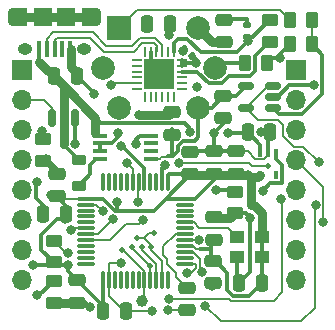
<source format=gbr>
%TF.GenerationSoftware,KiCad,Pcbnew,6.0.4-6f826c9f35~116~ubuntu20.04.1*%
%TF.CreationDate,2022-04-08T13:22:15+02:00*%
%TF.ProjectId,BACKUP_PROJECT,4241434b-5550-45f5-9052-4f4a4543542e,rev?*%
%TF.SameCoordinates,Original*%
%TF.FileFunction,Copper,L2,Bot*%
%TF.FilePolarity,Positive*%
%FSLAX46Y46*%
G04 Gerber Fmt 4.6, Leading zero omitted, Abs format (unit mm)*
G04 Created by KiCad (PCBNEW 6.0.4-6f826c9f35~116~ubuntu20.04.1) date 2022-04-08 13:22:15*
%MOMM*%
%LPD*%
G01*
G04 APERTURE LIST*
G04 Aperture macros list*
%AMRoundRect*
0 Rectangle with rounded corners*
0 $1 Rounding radius*
0 $2 $3 $4 $5 $6 $7 $8 $9 X,Y pos of 4 corners*
0 Add a 4 corners polygon primitive as box body*
4,1,4,$2,$3,$4,$5,$6,$7,$8,$9,$2,$3,0*
0 Add four circle primitives for the rounded corners*
1,1,$1+$1,$2,$3*
1,1,$1+$1,$4,$5*
1,1,$1+$1,$6,$7*
1,1,$1+$1,$8,$9*
0 Add four rect primitives between the rounded corners*
20,1,$1+$1,$2,$3,$4,$5,0*
20,1,$1+$1,$4,$5,$6,$7,0*
20,1,$1+$1,$6,$7,$8,$9,0*
20,1,$1+$1,$8,$9,$2,$3,0*%
G04 Aperture macros list end*
%TA.AperFunction,ComponentPad*%
%ADD10R,1.700000X1.700000*%
%TD*%
%TA.AperFunction,ComponentPad*%
%ADD11O,1.700000X1.700000*%
%TD*%
%TA.AperFunction,ComponentPad*%
%ADD12R,2.000000X2.000000*%
%TD*%
%TA.AperFunction,ComponentPad*%
%ADD13C,2.000000*%
%TD*%
%TA.AperFunction,SMDPad,CuDef*%
%ADD14RoundRect,0.250000X0.475000X-0.250000X0.475000X0.250000X-0.475000X0.250000X-0.475000X-0.250000X0*%
%TD*%
%TA.AperFunction,SMDPad,CuDef*%
%ADD15RoundRect,0.250000X-0.250000X-0.475000X0.250000X-0.475000X0.250000X0.475000X-0.250000X0.475000X0*%
%TD*%
%TA.AperFunction,SMDPad,CuDef*%
%ADD16R,0.400000X0.650000*%
%TD*%
%TA.AperFunction,SMDPad,CuDef*%
%ADD17RoundRect,0.140000X0.216520X0.040237X0.002028X0.220218X-0.216520X-0.040237X-0.002028X-0.220218X0*%
%TD*%
%TA.AperFunction,SMDPad,CuDef*%
%ADD18RoundRect,0.250000X-0.262500X-0.450000X0.262500X-0.450000X0.262500X0.450000X-0.262500X0.450000X0*%
%TD*%
%TA.AperFunction,SMDPad,CuDef*%
%ADD19RoundRect,0.250000X-0.475000X0.250000X-0.475000X-0.250000X0.475000X-0.250000X0.475000X0.250000X0*%
%TD*%
%TA.AperFunction,SMDPad,CuDef*%
%ADD20RoundRect,0.062500X-0.062500X0.350000X-0.062500X-0.350000X0.062500X-0.350000X0.062500X0.350000X0*%
%TD*%
%TA.AperFunction,SMDPad,CuDef*%
%ADD21RoundRect,0.062500X-0.350000X0.062500X-0.350000X-0.062500X0.350000X-0.062500X0.350000X0.062500X0*%
%TD*%
%TA.AperFunction,SMDPad,CuDef*%
%ADD22R,2.600000X2.600000*%
%TD*%
%TA.AperFunction,SMDPad,CuDef*%
%ADD23R,1.300000X1.100000*%
%TD*%
%TA.AperFunction,SMDPad,CuDef*%
%ADD24RoundRect,0.250000X-0.450000X0.262500X-0.450000X-0.262500X0.450000X-0.262500X0.450000X0.262500X0*%
%TD*%
%TA.AperFunction,SMDPad,CuDef*%
%ADD25RoundRect,0.250000X0.450000X-0.262500X0.450000X0.262500X-0.450000X0.262500X-0.450000X-0.262500X0*%
%TD*%
%TA.AperFunction,SMDPad,CuDef*%
%ADD26C,1.000000*%
%TD*%
%TA.AperFunction,SMDPad,CuDef*%
%ADD27RoundRect,0.075000X0.662500X0.075000X-0.662500X0.075000X-0.662500X-0.075000X0.662500X-0.075000X0*%
%TD*%
%TA.AperFunction,SMDPad,CuDef*%
%ADD28RoundRect,0.075000X0.075000X0.662500X-0.075000X0.662500X-0.075000X-0.662500X0.075000X-0.662500X0*%
%TD*%
%TA.AperFunction,SMDPad,CuDef*%
%ADD29RoundRect,0.140000X-0.170000X0.140000X-0.170000X-0.140000X0.170000X-0.140000X0.170000X0.140000X0*%
%TD*%
%TA.AperFunction,SMDPad,CuDef*%
%ADD30RoundRect,0.250000X0.250000X0.475000X-0.250000X0.475000X-0.250000X-0.475000X0.250000X-0.475000X0*%
%TD*%
%TA.AperFunction,SMDPad,CuDef*%
%ADD31RoundRect,0.250000X0.262500X0.450000X-0.262500X0.450000X-0.262500X-0.450000X0.262500X-0.450000X0*%
%TD*%
%TA.AperFunction,SMDPad,CuDef*%
%ADD32RoundRect,0.218750X0.381250X-0.218750X0.381250X0.218750X-0.381250X0.218750X-0.381250X-0.218750X0*%
%TD*%
%TA.AperFunction,SMDPad,CuDef*%
%ADD33R,0.400000X1.350000*%
%TD*%
%TA.AperFunction,SMDPad,CuDef*%
%ADD34R,1.500000X1.550000*%
%TD*%
%TA.AperFunction,ComponentPad*%
%ADD35O,1.250000X0.950000*%
%TD*%
%TA.AperFunction,ComponentPad*%
%ADD36O,0.890000X1.550000*%
%TD*%
%TA.AperFunction,SMDPad,CuDef*%
%ADD37R,1.200000X1.550000*%
%TD*%
%TA.AperFunction,SMDPad,CuDef*%
%ADD38R,1.307000X0.457200*%
%TD*%
%TA.AperFunction,SMDPad,CuDef*%
%ADD39RoundRect,0.150000X0.512500X0.150000X-0.512500X0.150000X-0.512500X-0.150000X0.512500X-0.150000X0*%
%TD*%
%TA.AperFunction,SMDPad,CuDef*%
%ADD40RoundRect,0.150000X-0.150000X0.587500X-0.150000X-0.587500X0.150000X-0.587500X0.150000X0.587500X0*%
%TD*%
%TA.AperFunction,ViaPad*%
%ADD41C,0.800000*%
%TD*%
%TA.AperFunction,ViaPad*%
%ADD42C,0.508000*%
%TD*%
%TA.AperFunction,Conductor*%
%ADD43C,0.200000*%
%TD*%
%TA.AperFunction,Conductor*%
%ADD44C,0.304800*%
%TD*%
%TA.AperFunction,Conductor*%
%ADD45C,0.762000*%
%TD*%
%TA.AperFunction,Conductor*%
%ADD46C,0.152400*%
%TD*%
G04 APERTURE END LIST*
D10*
%TO.P,J1,1,Pin_1*%
%TO.N,unconnected-(J1-Pad1)*%
X129946000Y-72517000D03*
D11*
%TO.P,J1,2,Pin_2*%
%TO.N,/RST*%
X129946000Y-75057000D03*
%TO.P,J1,3,Pin_3*%
%TO.N,unconnected-(J1-Pad3)*%
X129946000Y-77597000D03*
%TO.P,J1,4,Pin_4*%
%TO.N,unconnected-(J1-Pad4)*%
X129946000Y-80137000D03*
%TO.P,J1,5,Pin_5*%
%TO.N,unconnected-(J1-Pad5)*%
X129946000Y-82677000D03*
%TO.P,J1,6,Pin_6*%
%TO.N,unconnected-(J1-Pad6)*%
X129946000Y-85217000D03*
%TO.P,J1,7,Pin_7*%
%TO.N,unconnected-(J1-Pad7)*%
X129946000Y-87757000D03*
%TO.P,J1,8,Pin_8*%
%TO.N,GND*%
X129946000Y-90297000D03*
%TD*%
D10*
%TO.P,J2,1,Pin_1*%
%TO.N,unconnected-(J2-Pad1)*%
X153162000Y-72517000D03*
D11*
%TO.P,J2,2,Pin_2*%
%TO.N,/INT*%
X153162000Y-75057000D03*
%TO.P,J2,3,Pin_3*%
%TO.N,/USART1_TX*%
X153162000Y-77597000D03*
%TO.P,J2,4,Pin_4*%
%TO.N,/USART1_RX*%
X153162000Y-80137000D03*
%TO.P,J2,5,Pin_5*%
%TO.N,unconnected-(J2-Pad5)*%
X153162000Y-82677000D03*
%TO.P,J2,6,Pin_6*%
%TO.N,unconnected-(J2-Pad6)*%
X153162000Y-85217000D03*
%TO.P,J2,7,Pin_7*%
%TO.N,unconnected-(J2-Pad7)*%
X153162000Y-87757000D03*
%TO.P,J2,8,Pin_8*%
%TO.N,GND*%
X153162000Y-90297000D03*
%TD*%
D12*
%TO.P,U6,1,B1*%
%TO.N,Net-(R9-Pad1)*%
X138176000Y-68961000D03*
D13*
%TO.P,U6,2,VH+*%
%TO.N,+5V*%
X136786000Y-72321000D03*
%TO.P,U6,3,B2*%
%TO.N,Net-(R9-Pad1)*%
X138176000Y-75681000D03*
%TO.P,U6,4,A2*%
%TO.N,+5V*%
X144896000Y-75681000D03*
%TO.P,U6,5,VH-*%
%TO.N,Net-(R8-Pad1)*%
X146286000Y-72321000D03*
%TO.P,U6,6,A1*%
%TO.N,+5V*%
X144896000Y-68961000D03*
%TD*%
D14*
%TO.P,C12,1*%
%TO.N,+5V*%
X142646400Y-77990800D03*
%TO.P,C12,2*%
%TO.N,GND*%
X142646400Y-76090800D03*
%TD*%
D15*
%TO.P,C7,1*%
%TO.N,+3V3*%
X136819600Y-92913200D03*
%TO.P,C7,2*%
%TO.N,GND*%
X138719600Y-92913200D03*
%TD*%
D16*
%TO.P,U4,1,VIN*%
%TO.N,VBUS*%
X150124400Y-79502000D03*
%TO.P,U4,2,GND*%
%TO.N,GND*%
X150774400Y-79502000D03*
%TO.P,U4,3,EN*%
%TO.N,Net-(Q1-Pad2)*%
X151424400Y-79502000D03*
%TO.P,U4,4,NC*%
%TO.N,unconnected-(U4-Pad4)*%
X151424400Y-81402000D03*
%TO.P,U4,5,VOUT*%
%TO.N,+3V3*%
X150124400Y-81402000D03*
%TD*%
D17*
%TO.P,C2,1*%
%TO.N,VBUS*%
X144385701Y-71323200D03*
%TO.P,C2,2*%
%TO.N,GND*%
X143650299Y-70706124D03*
%TD*%
D14*
%TO.P,C10,1*%
%TO.N,+3V3*%
X144221200Y-81315600D03*
%TO.P,C10,2*%
%TO.N,GND*%
X144221200Y-79415600D03*
%TD*%
D18*
%TO.P,R9,1*%
%TO.N,Net-(R9-Pad1)*%
X152655900Y-68275200D03*
%TO.P,R9,2*%
%TO.N,Net-(R10-Pad1)*%
X154480900Y-68275200D03*
%TD*%
D15*
%TO.P,C13,1*%
%TO.N,VBUS*%
X149062400Y-77774800D03*
%TO.P,C13,2*%
%TO.N,GND*%
X150962400Y-77774800D03*
%TD*%
D19*
%TO.P,C6,1*%
%TO.N,+3V3*%
X146151600Y-88661200D03*
%TO.P,C6,2*%
%TO.N,GND*%
X146151600Y-90561200D03*
%TD*%
D20*
%TO.P,U1,1,~{RI}/CLK*%
%TO.N,unconnected-(U1-Pad1)*%
X140340000Y-70945500D03*
%TO.P,U1,2,GND*%
%TO.N,GND*%
X140840000Y-70945500D03*
%TO.P,U1,3,D+*%
%TO.N,/Power_sheet/D+*%
X141340000Y-70945500D03*
%TO.P,U1,4,D-*%
%TO.N,/Power_sheet/D-*%
X141840000Y-70945500D03*
%TO.P,U1,5,VIO*%
%TO.N,unconnected-(U1-Pad5)*%
X142340000Y-70945500D03*
%TO.P,U1,6,VDD*%
%TO.N,+3V3*%
X142840000Y-70945500D03*
D21*
%TO.P,U1,7,VREGIN*%
%TO.N,VBUS*%
X143527500Y-71633000D03*
%TO.P,U1,8,VBUS*%
X143527500Y-72133000D03*
%TO.P,U1,9,~{RST}*%
%TO.N,Net-(R1-Pad2)*%
X143527500Y-72633000D03*
%TO.P,U1,10,NC*%
%TO.N,unconnected-(U1-Pad10)*%
X143527500Y-73133000D03*
%TO.P,U1,11,~{WAKEUP}/GPIO.3*%
%TO.N,unconnected-(U1-Pad11)*%
X143527500Y-73633000D03*
%TO.P,U1,12,RS485/GPIO.2*%
%TO.N,unconnected-(U1-Pad12)*%
X143527500Y-74133000D03*
D20*
%TO.P,U1,13,~{RXT}/GPIO.1*%
%TO.N,unconnected-(U1-Pad13)*%
X142840000Y-74820500D03*
%TO.P,U1,14,~{TXT}/GPIO.0*%
%TO.N,unconnected-(U1-Pad14)*%
X142340000Y-74820500D03*
%TO.P,U1,15,~{SUSPEND}*%
%TO.N,unconnected-(U1-Pad15)*%
X141840000Y-74820500D03*
%TO.P,U1,16,NC*%
%TO.N,unconnected-(U1-Pad16)*%
X141340000Y-74820500D03*
%TO.P,U1,17,SUSPEND*%
%TO.N,unconnected-(U1-Pad17)*%
X140840000Y-74820500D03*
%TO.P,U1,18,~{CTS}*%
%TO.N,unconnected-(U1-Pad18)*%
X140340000Y-74820500D03*
D21*
%TO.P,U1,19,~{RTS}*%
%TO.N,unconnected-(U1-Pad19)*%
X139652500Y-74133000D03*
%TO.P,U1,20,RXD*%
%TO.N,/USART2_TX*%
X139652500Y-73633000D03*
%TO.P,U1,21,TXD*%
%TO.N,unconnected-(U1-Pad21)*%
X139652500Y-73133000D03*
%TO.P,U1,22,~{DSR}*%
%TO.N,unconnected-(U1-Pad22)*%
X139652500Y-72633000D03*
%TO.P,U1,23,~{DTR}*%
%TO.N,unconnected-(U1-Pad23)*%
X139652500Y-72133000D03*
%TO.P,U1,24,~{DCD}*%
%TO.N,unconnected-(U1-Pad24)*%
X139652500Y-71633000D03*
D22*
%TO.P,U1,25,GND*%
%TO.N,GND*%
X141590000Y-72883000D03*
%TD*%
D23*
%TO.P,X1,1,EN*%
%TO.N,+3V3*%
X150275000Y-88328000D03*
%TO.P,X1,2,GND*%
%TO.N,GND*%
X148175000Y-88328000D03*
%TO.P,X1,3,OUT*%
%TO.N,Net-(U2-Pad5)*%
X148175000Y-86678000D03*
%TO.P,X1,4,Vdd*%
%TO.N,+3V3*%
X150275000Y-86678000D03*
%TD*%
D24*
%TO.P,R11,1*%
%TO.N,/SPI1_MISO*%
X132638800Y-90375100D03*
%TO.P,R11,2*%
%TO.N,GND*%
X132638800Y-92200100D03*
%TD*%
D25*
%TO.P,R12,1*%
%TO.N,+3V3*%
X132638800Y-88798400D03*
%TO.P,R12,2*%
%TO.N,/SPI1_NSS*%
X132638800Y-86973400D03*
%TD*%
D26*
%TO.P,TP7,1,1*%
%TO.N,/SPI1_MOSI*%
X140157200Y-92049600D03*
%TD*%
D27*
%TO.P,U2,1,VBAT*%
%TO.N,+3V3*%
X143735500Y-83406800D03*
%TO.P,U2,2,PC13*%
%TO.N,unconnected-(U2-Pad2)*%
X143735500Y-83906800D03*
%TO.P,U2,3,PC14*%
%TO.N,unconnected-(U2-Pad3)*%
X143735500Y-84406800D03*
%TO.P,U2,4,PC15*%
%TO.N,unconnected-(U2-Pad4)*%
X143735500Y-84906800D03*
%TO.P,U2,5,PD0*%
%TO.N,Net-(U2-Pad5)*%
X143735500Y-85406800D03*
%TO.P,U2,6,PD1*%
%TO.N,unconnected-(U2-Pad6)*%
X143735500Y-85906800D03*
%TO.P,U2,7,NRST*%
%TO.N,Net-(C4-Pad1)*%
X143735500Y-86406800D03*
%TO.P,U2,8,VSSA*%
%TO.N,GND*%
X143735500Y-86906800D03*
%TO.P,U2,9,VDDA*%
%TO.N,+3V3*%
X143735500Y-87406800D03*
%TO.P,U2,10,PA0*%
%TO.N,/ADC1_IN0*%
X143735500Y-87906800D03*
%TO.P,U2,11,PA1*%
%TO.N,unconnected-(U2-Pad11)*%
X143735500Y-88406800D03*
%TO.P,U2,12,PA2*%
%TO.N,/USART2_TX*%
X143735500Y-88906800D03*
D28*
%TO.P,U2,13,PA3*%
%TO.N,unconnected-(U2-Pad13)*%
X142323000Y-90319300D03*
%TO.P,U2,14,PA4*%
%TO.N,/SPI1_NSS*%
X141823000Y-90319300D03*
%TO.P,U2,15,PA5*%
%TO.N,/SPI1_SCK*%
X141323000Y-90319300D03*
%TO.P,U2,16,PA6*%
%TO.N,/SPI1_MISO*%
X140823000Y-90319300D03*
%TO.P,U2,17,PA7*%
%TO.N,/SPI1_MOSI*%
X140323000Y-90319300D03*
%TO.P,U2,18,PB0*%
%TO.N,unconnected-(U2-Pad18)*%
X139823000Y-90319300D03*
%TO.P,U2,19,PB1*%
%TO.N,unconnected-(U2-Pad19)*%
X139323000Y-90319300D03*
%TO.P,U2,20,PB2*%
%TO.N,unconnected-(U2-Pad20)*%
X138823000Y-90319300D03*
%TO.P,U2,21,PB10*%
%TO.N,unconnected-(U2-Pad21)*%
X138323000Y-90319300D03*
%TO.P,U2,22,PB11*%
%TO.N,unconnected-(U2-Pad22)*%
X137823000Y-90319300D03*
%TO.P,U2,23,VSS*%
%TO.N,GND*%
X137323000Y-90319300D03*
%TO.P,U2,24,VDD*%
%TO.N,+3V3*%
X136823000Y-90319300D03*
D27*
%TO.P,U2,25,PB12*%
%TO.N,unconnected-(U2-Pad25)*%
X135410500Y-88906800D03*
%TO.P,U2,26,PB13*%
%TO.N,unconnected-(U2-Pad26)*%
X135410500Y-88406800D03*
%TO.P,U2,27,PB14*%
%TO.N,unconnected-(U2-Pad27)*%
X135410500Y-87906800D03*
%TO.P,U2,28,PB15*%
%TO.N,unconnected-(U2-Pad28)*%
X135410500Y-87406800D03*
%TO.P,U2,29,PA8*%
%TO.N,Net-(D1-Pad2)*%
X135410500Y-86906800D03*
%TO.P,U2,30,PA9*%
%TO.N,/USART1_TX*%
X135410500Y-86406800D03*
%TO.P,U2,31,PA10*%
%TO.N,/USART1_RX*%
X135410500Y-85906800D03*
%TO.P,U2,32,PA11*%
%TO.N,unconnected-(U2-Pad32)*%
X135410500Y-85406800D03*
%TO.P,U2,33,PA12*%
%TO.N,unconnected-(U2-Pad33)*%
X135410500Y-84906800D03*
%TO.P,U2,34,PA13*%
%TO.N,/SWDIO*%
X135410500Y-84406800D03*
%TO.P,U2,35,VSS*%
%TO.N,GND*%
X135410500Y-83906800D03*
%TO.P,U2,36,VDD*%
%TO.N,+3V3*%
X135410500Y-83406800D03*
D28*
%TO.P,U2,37,PA14*%
%TO.N,/SWCLK*%
X136823000Y-81994300D03*
%TO.P,U2,38,PA15*%
%TO.N,unconnected-(U2-Pad38)*%
X137323000Y-81994300D03*
%TO.P,U2,39,PB3*%
%TO.N,unconnected-(U2-Pad39)*%
X137823000Y-81994300D03*
%TO.P,U2,40,PB4*%
%TO.N,unconnected-(U2-Pad40)*%
X138323000Y-81994300D03*
%TO.P,U2,41,PB5*%
%TO.N,unconnected-(U2-Pad41)*%
X138823000Y-81994300D03*
%TO.P,U2,42,PB6*%
%TO.N,/SCL*%
X139323000Y-81994300D03*
%TO.P,U2,43,PB7*%
%TO.N,/SDA*%
X139823000Y-81994300D03*
%TO.P,U2,44,BOOT0*%
%TO.N,Net-(R4-Pad1)*%
X140323000Y-81994300D03*
%TO.P,U2,45,PB8*%
%TO.N,unconnected-(U2-Pad45)*%
X140823000Y-81994300D03*
%TO.P,U2,46,PB9*%
%TO.N,unconnected-(U2-Pad46)*%
X141323000Y-81994300D03*
%TO.P,U2,47,VSS*%
%TO.N,GND*%
X141823000Y-81994300D03*
%TO.P,U2,48,VDD*%
%TO.N,+3V3*%
X142323000Y-81994300D03*
%TD*%
D19*
%TO.P,C18,1*%
%TO.N,+3V3*%
X134620000Y-90302000D03*
%TO.P,C18,2*%
%TO.N,GND*%
X134620000Y-92202000D03*
%TD*%
D24*
%TO.P,R6,1*%
%TO.N,Net-(Q1-Pad2)*%
X147980400Y-82805900D03*
%TO.P,R6,2*%
%TO.N,GND*%
X147980400Y-84630900D03*
%TD*%
D29*
%TO.P,C2,1*%
%TO.N,GND*%
X149047200Y-68709600D03*
%TO.P,C2,2*%
%TO.N,+3V3*%
X149047200Y-69669600D03*
%TD*%
D14*
%TO.P,C8,1*%
%TO.N,+3V3*%
X132892800Y-83210400D03*
%TO.P,C8,2*%
%TO.N,GND*%
X132892800Y-81310400D03*
%TD*%
D19*
%TO.P,C4,1*%
%TO.N,Net-(C4-Pad1)*%
X143916400Y-90947200D03*
%TO.P,C4,2*%
%TO.N,GND*%
X143916400Y-92847200D03*
%TD*%
D30*
%TO.P,C3,1*%
%TO.N,+3V3*%
X150241000Y-90551000D03*
%TO.P,C3,2*%
%TO.N,GND*%
X148341000Y-90551000D03*
%TD*%
D19*
%TO.P,C17,1*%
%TO.N,+5V*%
X147015200Y-74691200D03*
%TO.P,C17,2*%
%TO.N,GND*%
X147015200Y-76591200D03*
%TD*%
D31*
%TO.P,R10,1*%
%TO.N,Net-(R10-Pad1)*%
X154480900Y-70307200D03*
%TO.P,R10,2*%
%TO.N,GND*%
X152655900Y-70307200D03*
%TD*%
D14*
%TO.P,C5,1*%
%TO.N,+3V3*%
X146227800Y-86868000D03*
%TO.P,C5,2*%
%TO.N,GND*%
X146227800Y-84968000D03*
%TD*%
D30*
%TO.P,C15,1*%
%TO.N,+3V3*%
X133654800Y-84683600D03*
%TO.P,C15,2*%
%TO.N,GND*%
X131754800Y-84683600D03*
%TD*%
D32*
%TO.P,L1,1,1*%
%TO.N,Net-(L1-Pad1)*%
X134772400Y-82291700D03*
%TO.P,L1,2,2*%
%TO.N,VBUS*%
X134772400Y-80166700D03*
%TD*%
D18*
%TO.P,R8,1*%
%TO.N,Net-(R8-Pad1)*%
X148845900Y-71882000D03*
%TO.P,R8,2*%
%TO.N,GND*%
X150670900Y-71882000D03*
%TD*%
D14*
%TO.P,C9,1*%
%TO.N,+3V3*%
X146202400Y-81280000D03*
%TO.P,C9,2*%
%TO.N,GND*%
X146202400Y-79380000D03*
%TD*%
D33*
%TO.P,J3,1,VBUS*%
%TO.N,VBUS*%
X131415000Y-70742000D03*
%TO.P,J3,2,D-*%
%TO.N,/Power_sheet/D-*%
X132065000Y-70742000D03*
%TO.P,J3,3,D+*%
%TO.N,/Power_sheet/D+*%
X132715000Y-70742000D03*
%TO.P,J3,4,ID*%
%TO.N,unconnected-(J3-Pad4)*%
X133365000Y-70742000D03*
%TO.P,J3,5,GND*%
%TO.N,GND*%
X134015000Y-70742000D03*
D34*
%TO.P,J3,6,Shield*%
X133715000Y-68042000D03*
D35*
X130215000Y-70742000D03*
D34*
X131715000Y-68042000D03*
D36*
X136215000Y-68042000D03*
D37*
X129815000Y-68042000D03*
D35*
X135215000Y-70742000D03*
D37*
X135615000Y-68042000D03*
D36*
X129215000Y-68042000D03*
%TD*%
D24*
%TO.P,R4,1*%
%TO.N,Net-(R4-Pad1)*%
X131775200Y-78386300D03*
%TO.P,R4,2*%
%TO.N,GND*%
X131775200Y-80211300D03*
%TD*%
D14*
%TO.P,C14,1*%
%TO.N,+3V3*%
X148082000Y-81300400D03*
%TO.P,C14,2*%
%TO.N,GND*%
X148082000Y-79400400D03*
%TD*%
D38*
%TO.P,U3,1,EN*%
%TO.N,Net-(Q1-Pad2)*%
X140886899Y-78069801D03*
%TO.P,U3,2,NC*%
%TO.N,unconnected-(U3-Pad2)*%
X140886899Y-78719799D03*
%TO.P,U3,3,PG*%
%TO.N,unconnected-(U3-Pad3)*%
X140886899Y-79369801D03*
%TO.P,U3,4,Vout*%
%TO.N,+5V*%
X140886899Y-80019799D03*
%TO.P,U3,5,SW*%
%TO.N,Net-(L1-Pad1)*%
X136582701Y-80019799D03*
%TO.P,U3,6,Pgnd*%
%TO.N,GND*%
X136582701Y-79369801D03*
%TO.P,U3,7,Sgnd*%
X136582701Y-78719799D03*
%TO.P,U3,8,Vin*%
%TO.N,VBUS*%
X136582701Y-78069801D03*
%TD*%
D30*
%TO.P,C1,1*%
%TO.N,VBUS*%
X142478800Y-68580000D03*
%TO.P,C1,2*%
%TO.N,GND*%
X140578800Y-68580000D03*
%TD*%
D39*
%TO.P,U7,1*%
%TO.N,/ADC1_IN0*%
X151200700Y-73827600D03*
%TO.P,U7,2,V-*%
%TO.N,GND*%
X151200700Y-74777600D03*
%TO.P,U7,3,+*%
%TO.N,Net-(R10-Pad1)*%
X151200700Y-75727600D03*
%TO.P,U7,4,-*%
%TO.N,/ADC1_IN0*%
X148925700Y-75727600D03*
%TO.P,U7,5,V+*%
%TO.N,+5V*%
X148925700Y-73827600D03*
%TD*%
D40*
%TO.P,Q1,1,G*%
%TO.N,/RST*%
X132527000Y-76583300D03*
%TO.P,Q1,2,S*%
%TO.N,Net-(Q1-Pad2)*%
X134427000Y-76583300D03*
%TO.P,Q1,3,D*%
%TO.N,VBUS*%
X133477000Y-78458300D03*
%TD*%
D14*
%TO.P,C16,1*%
%TO.N,+5V*%
X147066000Y-70139600D03*
%TO.P,C16,2*%
%TO.N,GND*%
X147066000Y-68239600D03*
%TD*%
D24*
%TO.P,R1,1*%
%TO.N,+3V3*%
X150926800Y-68275200D03*
%TO.P,R1,2*%
%TO.N,Net-(R1-Pad2)*%
X150926800Y-70100200D03*
%TD*%
D15*
%TO.P,C11,1*%
%TO.N,VBUS*%
X132704800Y-72999600D03*
%TO.P,C11,2*%
%TO.N,GND*%
X134604800Y-72999600D03*
%TD*%
D41*
%TO.N,VBUS*%
X147370800Y-77825600D03*
X142440475Y-69529148D03*
X144217100Y-77749400D03*
X144805400Y-73964800D03*
X144678400Y-71882000D03*
%TO.N,GND*%
X150164800Y-77774800D03*
X141590000Y-72883000D03*
X154686000Y-73812400D03*
X135720100Y-92532200D03*
X132029200Y-80060800D03*
X131253428Y-81950843D03*
X138303000Y-88874600D03*
X144932400Y-86918800D03*
X142044092Y-80573507D03*
X149301200Y-85039200D03*
X146202400Y-77825600D03*
X146172000Y-85069600D03*
X151790400Y-71475600D03*
X136093200Y-74574400D03*
X136829800Y-84480400D03*
X138099800Y-77876400D03*
X143611600Y-70866000D03*
X140970000Y-92913200D03*
X147116800Y-68224400D03*
X140563600Y-68580000D03*
X142646400Y-76149200D03*
X146024600Y-90830400D03*
X142341600Y-92837000D03*
X139877800Y-76276200D03*
X131673600Y-68072000D03*
%TO.N,+3V3*%
X149108400Y-81366400D03*
X130860800Y-89052400D03*
X133858000Y-89001600D03*
X132435600Y-83054200D03*
X149103100Y-70083700D03*
X133636942Y-85092639D03*
X137972800Y-83718400D03*
%TO.N,Net-(D1-Pad2)*%
X140208000Y-85171411D03*
%TO.N,/SDA*%
X139801600Y-83667600D03*
%TO.N,/SCL*%
X138825568Y-80406779D03*
%TO.N,Net-(R4-Pad1)*%
X131622800Y-77647800D03*
X138378644Y-78902500D03*
D42*
%TO.N,/SPI1_MISO*%
X139280621Y-87528400D03*
D41*
X131216400Y-91592400D03*
D42*
X140808035Y-89112765D03*
%TO.N,/SPI1_NSS*%
X139700000Y-86715600D03*
X141122400Y-86283800D03*
D41*
X133858000Y-88002097D03*
D42*
X140906221Y-87528400D03*
D41*
%TO.N,/ADC1_IN0*%
X145465800Y-92474500D03*
X145198459Y-89630553D03*
X154838400Y-83921600D03*
X155092400Y-80314800D03*
%TO.N,/USART2_TX*%
X143229248Y-80364152D03*
D42*
X150799800Y-80670400D03*
D41*
X151892000Y-83464400D03*
X143967200Y-89712800D03*
X142443200Y-91871800D03*
X137508945Y-73747808D03*
D42*
%TO.N,/SPI1_SCK*%
X140093421Y-87528400D03*
%TO.N,/SPI1_MOSI*%
X138383162Y-87783162D03*
D41*
%TO.N,/USART1_TX*%
X137661923Y-85144548D03*
%TO.N,/USART1_RX*%
X134142975Y-86033645D03*
X155429000Y-85369400D03*
%TO.N,Net-(Q1-Pad2)*%
X139633897Y-78740000D03*
X150332500Y-82727800D03*
X134416800Y-78790800D03*
X146354800Y-82702400D03*
D42*
%TO.N,Net-(R9-Pad1)*%
X152655900Y-68275200D03*
%TD*%
D43*
%TO.N,/SPI1_MISO*%
X139280621Y-87528400D02*
X139280621Y-87566221D01*
X140823000Y-89108600D02*
X140823000Y-90319300D01*
X139280621Y-87566221D02*
X140823000Y-89108600D01*
D44*
%TO.N,VBUS*%
X131415000Y-71826600D02*
X131419600Y-71831200D01*
X133477000Y-78871300D02*
X134772400Y-80166700D01*
X133477000Y-78458300D02*
X133477000Y-78871300D01*
X144678400Y-71882000D02*
X144678400Y-71615899D01*
X131415000Y-70742000D02*
X131415000Y-71826600D01*
X143527500Y-71633000D02*
X143527500Y-71899500D01*
X144678400Y-71882000D02*
X143545000Y-71882000D01*
X149108400Y-77820800D02*
X149062400Y-77774800D01*
D45*
X133477000Y-73888600D02*
X131419600Y-71831200D01*
D44*
X143733311Y-77032911D02*
X136621311Y-77032911D01*
X144217100Y-77516700D02*
X143733311Y-77032911D01*
D45*
X136176301Y-76587901D02*
X136176301Y-77809088D01*
D44*
X143527500Y-71899500D02*
X143527500Y-72133000D01*
D45*
X133477000Y-73888600D02*
X136176301Y-76587901D01*
D44*
X144678400Y-71615899D02*
X144385701Y-71323200D01*
X142440475Y-68618325D02*
X142478800Y-68580000D01*
X142440475Y-69529148D02*
X142440475Y-68618325D01*
X149011600Y-77825600D02*
X149062400Y-77774800D01*
X150124400Y-79502000D02*
X150124400Y-78836800D01*
X147370800Y-77825600D02*
X149011600Y-77825600D01*
X143545000Y-71882000D02*
X143527500Y-71899500D01*
X144217100Y-77749400D02*
X144217100Y-77516700D01*
X136621311Y-77032911D02*
X136176301Y-76587901D01*
X150124400Y-78836800D02*
X149062400Y-77774800D01*
D45*
X133477000Y-78788500D02*
X133477000Y-73888600D01*
D44*
%TO.N,GND*%
X154686000Y-73812400D02*
X152588222Y-73812400D01*
X147980400Y-84630900D02*
X148892900Y-84630900D01*
X149032000Y-68224400D02*
X149047200Y-68239600D01*
D43*
X142341600Y-92837000D02*
X142351800Y-92847200D01*
D44*
X151790400Y-71475600D02*
X151077300Y-71475600D01*
D46*
X149092378Y-79400400D02*
X149721689Y-80029711D01*
D43*
X137312400Y-91643200D02*
X138582400Y-92913200D01*
D46*
X148082000Y-79400400D02*
X149092378Y-79400400D01*
D44*
X149273089Y-89618911D02*
X148341000Y-90551000D01*
X148175000Y-90385000D02*
X148341000Y-90551000D01*
D45*
X146172000Y-85069600D02*
X147541700Y-85069600D01*
D44*
X132080000Y-80497600D02*
X132892800Y-81310400D01*
D43*
X140970000Y-92913200D02*
X138719600Y-92913200D01*
D44*
X136582701Y-79369801D02*
X136582701Y-78719799D01*
X140840000Y-70945500D02*
X140840000Y-72133000D01*
D45*
X134721600Y-72847200D02*
X134145511Y-72271111D01*
D44*
X140840000Y-72133000D02*
X141590000Y-72883000D01*
D45*
X134618100Y-92200100D02*
X134620000Y-92202000D01*
D44*
X146202400Y-79380000D02*
X144256800Y-79380000D01*
D45*
X132638800Y-92200100D02*
X134618100Y-92200100D01*
D44*
X148175000Y-88328000D02*
X148175000Y-90385000D01*
D43*
X135410500Y-83906800D02*
X136256200Y-83906800D01*
X137337800Y-88874600D02*
X138303000Y-88874600D01*
D44*
X149301200Y-85039200D02*
X149273089Y-85067311D01*
X131165600Y-83312000D02*
X131165600Y-82038671D01*
D43*
X137323000Y-90319300D02*
X137323000Y-91086451D01*
D44*
X132892800Y-80924400D02*
X132892800Y-81310400D01*
X150774400Y-79502000D02*
X150774400Y-77962800D01*
D43*
X137312400Y-88900000D02*
X137337800Y-88874600D01*
D44*
X149047200Y-68709600D02*
X149047200Y-68239600D01*
X132029200Y-80060800D02*
X132892800Y-80924400D01*
X150774400Y-77962800D02*
X150962400Y-77774800D01*
D46*
X149721689Y-80029711D02*
X150424489Y-80029711D01*
D43*
X144932400Y-86918800D02*
X143747500Y-86918800D01*
D44*
X148061600Y-79380000D02*
X148082000Y-79400400D01*
D46*
X150424489Y-80029711D02*
X150774400Y-79679800D01*
D44*
X132080000Y-80060800D02*
X132080000Y-80497600D01*
X136093200Y-74574400D02*
X136093200Y-74488000D01*
X141824920Y-80792679D02*
X141824920Y-81229200D01*
D43*
X137312400Y-91097051D02*
X137312400Y-91643200D01*
D44*
X131754800Y-84683600D02*
X131754800Y-83901200D01*
D43*
X142351800Y-92847200D02*
X143916400Y-92847200D01*
D44*
X137541001Y-78719799D02*
X136582701Y-78719799D01*
X135720100Y-92532200D02*
X135389900Y-92202000D01*
X146964400Y-76235600D02*
X146964400Y-77063600D01*
X142044092Y-80573507D02*
X141824920Y-80792679D01*
D43*
X137312400Y-90308700D02*
X137312400Y-88900000D01*
D44*
X151790400Y-71172700D02*
X152655900Y-70307200D01*
D43*
X143747500Y-86918800D02*
X143735500Y-86906800D01*
D44*
X151623022Y-74777600D02*
X151200700Y-74777600D01*
X145999200Y-90805000D02*
X145999200Y-90561200D01*
D45*
X134145511Y-72271111D02*
X134145511Y-70742000D01*
D44*
X146202400Y-79380000D02*
X148061600Y-79380000D01*
D45*
X147541700Y-85069600D02*
X147980400Y-84630900D01*
D44*
X149273089Y-85067311D02*
X149273089Y-89618911D01*
D43*
X138582400Y-92913200D02*
X138719600Y-92913200D01*
D44*
X150774400Y-78435727D02*
X150774400Y-79502000D01*
X150164800Y-77774800D02*
X150962400Y-77774800D01*
X138099800Y-78161000D02*
X137541001Y-78719799D01*
X144256800Y-79380000D02*
X144221200Y-79415600D01*
X138099800Y-77876400D02*
X138099800Y-78161000D01*
D45*
X142437209Y-76299991D02*
X139870756Y-76299991D01*
D44*
X131754800Y-83901200D02*
X131165600Y-83312000D01*
X151077300Y-71475600D02*
X150670900Y-71882000D01*
X146964400Y-77063600D02*
X146202400Y-77825600D01*
X146024600Y-90830400D02*
X145999200Y-90805000D01*
D43*
X137323000Y-91086451D02*
X137312400Y-91097051D01*
D44*
X151790400Y-71475600D02*
X151790400Y-71172700D01*
X150789041Y-78421086D02*
X150774400Y-78435727D01*
D43*
X136256200Y-83906800D02*
X136829800Y-84480400D01*
D46*
X150774400Y-79679800D02*
X150774400Y-79502000D01*
D45*
X142646400Y-76090800D02*
X142437209Y-76299991D01*
D44*
X152588222Y-73812400D02*
X151623022Y-74777600D01*
D45*
X129815000Y-68042000D02*
X135615000Y-68042000D01*
D44*
X147116800Y-68224400D02*
X149032000Y-68224400D01*
X131165600Y-82038671D02*
X131253428Y-81950843D01*
D45*
X145999200Y-85069600D02*
X146172000Y-85069600D01*
D43*
X137323000Y-90319300D02*
X137312400Y-90308700D01*
D44*
X148892900Y-84630900D02*
X149301200Y-85039200D01*
X136093200Y-74488000D02*
X134604800Y-72999600D01*
X146202400Y-77825600D02*
X146202400Y-79380000D01*
X135389900Y-92202000D02*
X134620000Y-92202000D01*
D46*
%TO.N,+3V3*%
X143735500Y-87406800D02*
X143809780Y-87481080D01*
D44*
X137861111Y-84419511D02*
X136846480Y-83404880D01*
D43*
X135410500Y-83406800D02*
X133089200Y-83406800D01*
D45*
X149941800Y-81584600D02*
X149326600Y-81584600D01*
D44*
X133858000Y-89001600D02*
X133858000Y-89540000D01*
X133858000Y-89001600D02*
X132842000Y-89001600D01*
X146202400Y-81777316D02*
X146202400Y-81280000D01*
X133636942Y-83954542D02*
X132892800Y-83210400D01*
X132384800Y-89052400D02*
X132638800Y-88798400D01*
X136819600Y-92501600D02*
X136819600Y-92913200D01*
X132955818Y-85092639D02*
X131586880Y-86461577D01*
X136819600Y-92913200D02*
X136821080Y-92911720D01*
X137972800Y-84307822D02*
X137861111Y-84419511D01*
X142131920Y-83404880D02*
X144574836Y-83404880D01*
X144221200Y-81315600D02*
X142428000Y-81315600D01*
X145999200Y-87833200D02*
X145999200Y-86969600D01*
X145999200Y-88661200D02*
X145999200Y-87833200D01*
X150275000Y-90517000D02*
X150275000Y-86678000D01*
X149164080Y-91627920D02*
X150241000Y-90551000D01*
X145999200Y-87833200D02*
X145836711Y-87670711D01*
X144221200Y-81315600D02*
X142130800Y-83406000D01*
X131586880Y-87746480D02*
X132638800Y-88798400D01*
D45*
X149352000Y-81610000D02*
X149108400Y-81366400D01*
D44*
X148168400Y-71018400D02*
X145084800Y-71018400D01*
D45*
X149326600Y-81584600D02*
X149108400Y-81366400D01*
X149570253Y-83921600D02*
X150281711Y-84633058D01*
D44*
X146288800Y-81366400D02*
X146202400Y-81280000D01*
X142324920Y-81418680D02*
X142324920Y-81994300D01*
D45*
X150281711Y-84633058D02*
X150281711Y-86671289D01*
D44*
X150911600Y-68275200D02*
X149103100Y-70083700D01*
X147340400Y-89662000D02*
X147340400Y-91126643D01*
X134620000Y-90302000D02*
X136819600Y-92501600D01*
X142130800Y-83406000D02*
X141117289Y-84419511D01*
D45*
X149352000Y-83921600D02*
X149570253Y-83921600D01*
D44*
X130860800Y-89052400D02*
X132384800Y-89052400D01*
D43*
X133089200Y-83406800D02*
X132892800Y-83210400D01*
D44*
X142428000Y-81315600D02*
X142324920Y-81418680D01*
X133858000Y-89540000D02*
X134620000Y-90302000D01*
X133636942Y-85092639D02*
X133636942Y-83954542D01*
X145836711Y-87670711D02*
X145008600Y-87670711D01*
X149103100Y-70083700D02*
X148168400Y-71018400D01*
X137972800Y-83718400D02*
X137972800Y-84307822D01*
D45*
X150281711Y-86671289D02*
X150275000Y-86678000D01*
D46*
X144724511Y-87655400D02*
X145008600Y-87655400D01*
D44*
X143967200Y-69900800D02*
X143154400Y-69900800D01*
X144574836Y-83404880D02*
X146202400Y-81777316D01*
X150926800Y-68275200D02*
X150911600Y-68275200D01*
D46*
X143809780Y-87481080D02*
X144550191Y-87481080D01*
D44*
X131586880Y-86461577D02*
X131586880Y-87746480D01*
D45*
X150124400Y-81402000D02*
X149941800Y-81584600D01*
D44*
X145999200Y-88661200D02*
X146339600Y-88661200D01*
X143154400Y-69900800D02*
X142840000Y-70215200D01*
X146339600Y-88661200D02*
X147340400Y-89662000D01*
X132842000Y-89001600D02*
X132638800Y-88798400D01*
X142130800Y-83406000D02*
X142131920Y-83404880D01*
X136821080Y-92911720D02*
X136821080Y-90319300D01*
X147841677Y-91627920D02*
X149164080Y-91627920D01*
D45*
X144272000Y-81366400D02*
X144221200Y-81315600D01*
D44*
X142840000Y-70215200D02*
X142840000Y-70945500D01*
X133636942Y-85092639D02*
X132955818Y-85092639D01*
X136846480Y-83404880D02*
X135410500Y-83404880D01*
X150241000Y-90551000D02*
X150275000Y-90517000D01*
D46*
X144550191Y-87481080D02*
X144724511Y-87655400D01*
D45*
X149352000Y-83921600D02*
X149352000Y-81610000D01*
X149108400Y-81366400D02*
X144272000Y-81366400D01*
D44*
X145084800Y-71018400D02*
X143967200Y-69900800D01*
X147340400Y-91126643D02*
X147841677Y-91627920D01*
X141117289Y-84419511D02*
X137861111Y-84419511D01*
D43*
%TO.N,Net-(C4-Pad1)*%
X141935200Y-87439949D02*
X141935200Y-88182594D01*
X142968349Y-86406800D02*
X141935200Y-87439949D01*
X142976600Y-90007400D02*
X143916400Y-90947200D01*
X142222520Y-88469914D02*
X142222520Y-88951669D01*
X143916400Y-90947200D02*
X143916400Y-90645549D01*
X142976600Y-89705749D02*
X142976600Y-90007400D01*
X142222520Y-88951669D02*
X142976600Y-89705749D01*
X143735500Y-86406800D02*
X142968349Y-86406800D01*
X141935200Y-88182594D02*
X142222520Y-88469914D01*
D44*
%TO.N,+5V*%
X144627600Y-78486000D02*
X143574557Y-78486000D01*
D43*
X141754344Y-79873996D02*
X142290800Y-79873996D01*
D44*
X147015200Y-74691200D02*
X148062100Y-74691200D01*
X148062100Y-74691200D02*
X148925700Y-73827600D01*
X143574557Y-78486000D02*
X143144280Y-78916277D01*
X144896000Y-75681000D02*
X144896000Y-78217600D01*
X144896000Y-78217600D02*
X144627600Y-78486000D01*
D45*
X146074600Y-70139600D02*
X144896000Y-68961000D01*
D43*
X140886899Y-80019799D02*
X141608541Y-80019799D01*
D44*
X143144280Y-79400400D02*
X142723084Y-79821596D01*
X142723084Y-79821596D02*
X142290800Y-79821596D01*
X142646400Y-79744912D02*
X142646400Y-77537231D01*
X142723084Y-79821596D02*
X142646400Y-79744912D01*
X143144280Y-78916277D02*
X143144280Y-79400400D01*
D43*
X141608541Y-80019799D02*
X141754344Y-79873996D01*
D44*
X146025400Y-75681000D02*
X147015200Y-74691200D01*
D45*
X147066000Y-70139600D02*
X146074600Y-70139600D01*
D44*
X144896000Y-75681000D02*
X146025400Y-75681000D01*
D43*
%TO.N,Net-(D1-Pad2)*%
X138781977Y-85511769D02*
X139867642Y-85511769D01*
X137386945Y-86906800D02*
X138781977Y-85511769D01*
X135410500Y-86906800D02*
X137386945Y-86906800D01*
X139867642Y-85511769D02*
X140208000Y-85171411D01*
%TO.N,/RST*%
X132527000Y-75758000D02*
X131826000Y-75057000D01*
X132527000Y-76913500D02*
X132527000Y-75758000D01*
X131826000Y-75057000D02*
X129946000Y-75057000D01*
%TO.N,/Power_sheet/D-*%
X132612502Y-69317498D02*
X132065000Y-69865000D01*
X132065000Y-69865000D02*
X132065000Y-70742000D01*
X135929698Y-69317498D02*
X132612502Y-69317498D01*
X137107700Y-70495500D02*
X135929698Y-69317498D01*
X139941154Y-69783489D02*
X139229143Y-70495500D01*
X141238846Y-69783489D02*
X139941154Y-69783489D01*
X141238846Y-69783489D02*
X141840000Y-70384643D01*
X141840000Y-70384643D02*
X141840000Y-70945500D01*
X139229143Y-70495500D02*
X137107700Y-70495500D01*
%TO.N,/Power_sheet/D+*%
X136921300Y-70945500D02*
X139415527Y-70945500D01*
X132715000Y-69977000D02*
X132924502Y-69767498D01*
X141351000Y-70485000D02*
X141351000Y-70934500D01*
X141351000Y-70934500D02*
X141340000Y-70945500D01*
X140127547Y-70233480D02*
X141099480Y-70233480D01*
X132924502Y-69767498D02*
X135743298Y-69767498D01*
X132715000Y-70742000D02*
X132715000Y-69977000D01*
X135743298Y-69767498D02*
X136921300Y-70945500D01*
X141099480Y-70233480D02*
X141351000Y-70485000D01*
X139415527Y-70945500D02*
X140127547Y-70233480D01*
D44*
%TO.N,Net-(L1-Pad1)*%
X135724320Y-80518000D02*
X136222521Y-80019799D01*
X136222521Y-80019799D02*
X136582701Y-80019799D01*
X134772400Y-82291700D02*
X135724320Y-81339780D01*
X135724320Y-81339780D02*
X135724320Y-80518000D01*
%TO.N,Net-(R1-Pad2)*%
X146918981Y-73599911D02*
X145756257Y-73599911D01*
X149292043Y-72999600D02*
X147519292Y-72999600D01*
X150888957Y-70100200D02*
X149710320Y-71278837D01*
X149710320Y-72581323D02*
X149292043Y-72999600D01*
X144793666Y-72637320D02*
X143527500Y-72637320D01*
X145756257Y-73599911D02*
X144793666Y-72637320D01*
X149710320Y-71278837D02*
X149710320Y-72581323D01*
X150926800Y-70100200D02*
X150888957Y-70100200D01*
X147519292Y-72999600D02*
X146918981Y-73599911D01*
D43*
%TO.N,/SDA*%
X139801600Y-82015700D02*
X139823000Y-81994300D01*
X139801600Y-83667600D02*
X139801600Y-82015700D01*
%TO.N,/SCL*%
X139323000Y-81994300D02*
X139323000Y-80904211D01*
X139323000Y-80904211D02*
X138825568Y-80406779D01*
D44*
%TO.N,Net-(R4-Pad1)*%
X138378644Y-78902500D02*
X138384653Y-78902500D01*
X140321080Y-80838927D02*
X140321080Y-81229200D01*
X138384653Y-78902500D02*
X140321080Y-80838927D01*
X131622800Y-77647800D02*
X132080000Y-78105000D01*
X132080000Y-78105000D02*
X132080000Y-78235800D01*
%TO.N,/SPI1_MISO*%
X131421500Y-91592400D02*
X132638800Y-90375100D01*
X131216400Y-91592400D02*
X131421500Y-91592400D01*
D43*
%TO.N,/SPI1_NSS*%
X133858000Y-88002097D02*
X133667497Y-88002097D01*
X141823000Y-88635400D02*
X141823000Y-90319300D01*
X140906221Y-87528400D02*
X140906221Y-87718621D01*
X141122400Y-86283800D02*
X140701680Y-86283800D01*
X133667497Y-88002097D02*
X132638800Y-86973400D01*
X139700000Y-86715600D02*
X140269880Y-86715600D01*
X140906221Y-87351941D02*
X140906221Y-87528400D01*
X140906221Y-87720970D02*
X140906221Y-87528400D01*
X140906221Y-87718621D02*
X141823000Y-88635400D01*
X140269880Y-86715600D02*
X140906221Y-87351941D01*
X140701680Y-86283800D02*
X140269880Y-86715600D01*
D46*
%TO.N,/ADC1_IN0*%
X145059400Y-88493600D02*
X144472600Y-87906800D01*
X151200700Y-73827600D02*
X150825700Y-73827600D01*
X149961002Y-76762902D02*
X151668477Y-76762902D01*
X145198459Y-89630553D02*
X145059400Y-89491494D01*
X150825700Y-73827600D02*
X148925700Y-75727600D01*
X152984292Y-79011289D02*
X153788889Y-79011289D01*
X153788889Y-79011289D02*
X155092400Y-80314800D01*
X153619200Y-93776800D02*
X154753289Y-92642711D01*
X148925700Y-75727600D02*
X149961002Y-76762902D01*
X151668477Y-76762902D02*
X152036289Y-77130714D01*
X154753289Y-92642711D02*
X154753289Y-84006711D01*
X146768100Y-93776800D02*
X153619200Y-93776800D01*
X145465800Y-92474500D02*
X146768100Y-93776800D01*
X144472600Y-87906800D02*
X143735500Y-87906800D01*
X152036289Y-78063286D02*
X152984292Y-79011289D01*
X152036289Y-77130714D02*
X152036289Y-78063286D01*
X145059400Y-89491494D02*
X145059400Y-88493600D01*
X154753289Y-84006711D02*
X154838400Y-83921600D01*
%TO.N,/USART2_TX*%
X143967200Y-89712800D02*
X144275680Y-89712800D01*
X149152276Y-80364152D02*
X149458524Y-80670400D01*
X151993600Y-83566000D02*
X151892000Y-83464400D01*
X151993600Y-91338400D02*
X151993600Y-83566000D01*
X137508945Y-73747808D02*
X137623753Y-73633000D01*
X144707480Y-88950800D02*
X144707480Y-89281000D01*
X147631240Y-92056040D02*
X151275960Y-92056040D01*
X143735500Y-88906800D02*
X144707480Y-88906800D01*
X142443200Y-91871800D02*
X147447000Y-91871800D01*
X147447000Y-91871800D02*
X147631240Y-92056040D01*
X144275680Y-89712800D02*
X144707480Y-89281000D01*
X151275960Y-92056040D02*
X151993600Y-91338400D01*
X137623753Y-73633000D02*
X139652500Y-73633000D01*
X144707480Y-88906800D02*
X144707480Y-88950800D01*
X143229248Y-80364152D02*
X149152276Y-80364152D01*
X149458524Y-80670400D02*
X150799800Y-80670400D01*
D43*
%TO.N,Net-(U2-Pad5)*%
X144502651Y-85406800D02*
X143735500Y-85406800D01*
X147374400Y-85877400D02*
X144973251Y-85877400D01*
X144973251Y-85877400D02*
X144502651Y-85406800D01*
X148175000Y-86678000D02*
X147374400Y-85877400D01*
%TO.N,/SPI1_SCK*%
X140093421Y-87528400D02*
X140093421Y-87718621D01*
X141323000Y-88948200D02*
X141323000Y-90319300D01*
X140093421Y-87718621D02*
X141323000Y-88948200D01*
%TO.N,/SPI1_MOSI*%
X138546136Y-87783174D02*
X140045242Y-89282280D01*
X140053131Y-89282280D02*
X140323000Y-89552149D01*
X138383158Y-87783174D02*
X138546136Y-87783174D01*
D46*
X140157200Y-92049600D02*
X140323000Y-91883800D01*
X140323000Y-91883800D02*
X140323000Y-90319300D01*
D43*
X140045242Y-89282280D02*
X140053131Y-89282280D01*
X140323000Y-89552149D02*
X140323000Y-90319300D01*
%TO.N,/USART1_TX*%
X137661923Y-85144548D02*
X136399671Y-86406800D01*
X136399671Y-86406800D02*
X135410500Y-86406800D01*
D46*
%TO.N,/USART1_RX*%
X155441111Y-82416111D02*
X155441111Y-85357289D01*
D43*
X134269820Y-85906800D02*
X135410500Y-85906800D01*
D46*
X155441111Y-85357289D02*
X155429000Y-85369400D01*
X153162000Y-80137000D02*
X155441111Y-82416111D01*
D43*
X134142975Y-86033645D02*
X134269820Y-85906800D01*
D44*
%TO.N,Net-(Q1-Pad2)*%
X139950975Y-78069801D02*
X140886899Y-78069801D01*
X151976311Y-82078911D02*
X151976311Y-80590547D01*
X150332500Y-82727800D02*
X150981389Y-82078911D01*
X151424400Y-80038636D02*
X151424400Y-79502000D01*
X151976311Y-80590547D02*
X151424400Y-80038636D01*
X150981389Y-82078911D02*
X151976311Y-82078911D01*
X146354800Y-82702400D02*
X147876900Y-82702400D01*
X139633897Y-78740000D02*
X139633897Y-78386879D01*
X134416800Y-78790800D02*
X134416800Y-76593500D01*
X139633897Y-78386879D02*
X139950975Y-78069801D01*
X134416800Y-76593500D02*
X134427000Y-76583300D01*
X147876900Y-82702400D02*
X147980400Y-82805900D01*
D43*
%TO.N,Net-(R9-Pad1)*%
X151820780Y-67440080D02*
X139696920Y-67440080D01*
X152655900Y-68275200D02*
X151820780Y-67440080D01*
X139696920Y-67440080D02*
X138176000Y-68961000D01*
D44*
%TO.N,Net-(R10-Pad1)*%
X155397200Y-74521560D02*
X155397200Y-71223500D01*
X155397200Y-71223500D02*
X154480900Y-70307200D01*
D43*
X154480900Y-68275200D02*
X154480900Y-70307200D01*
D44*
X151200700Y-75727600D02*
X151732011Y-76258911D01*
X151732011Y-76258911D02*
X153659849Y-76258911D01*
X153659849Y-76258911D02*
X155397200Y-74521560D01*
%TO.N,Net-(R8-Pad1)*%
X146725000Y-71882000D02*
X146286000Y-72321000D01*
X148845900Y-71882000D02*
X146725000Y-71882000D01*
D43*
%TO.N,unconnected-(U1-Pad21)*%
X139620700Y-73101200D02*
X139652500Y-73133000D01*
%TO.N,unconnected-(U2-Pad13)*%
X142323000Y-90913400D02*
X142323000Y-90319300D01*
X142341600Y-90337900D02*
X142323000Y-90319300D01*
X142323000Y-90319300D02*
X142323000Y-90855938D01*
%TD*%
M02*

</source>
